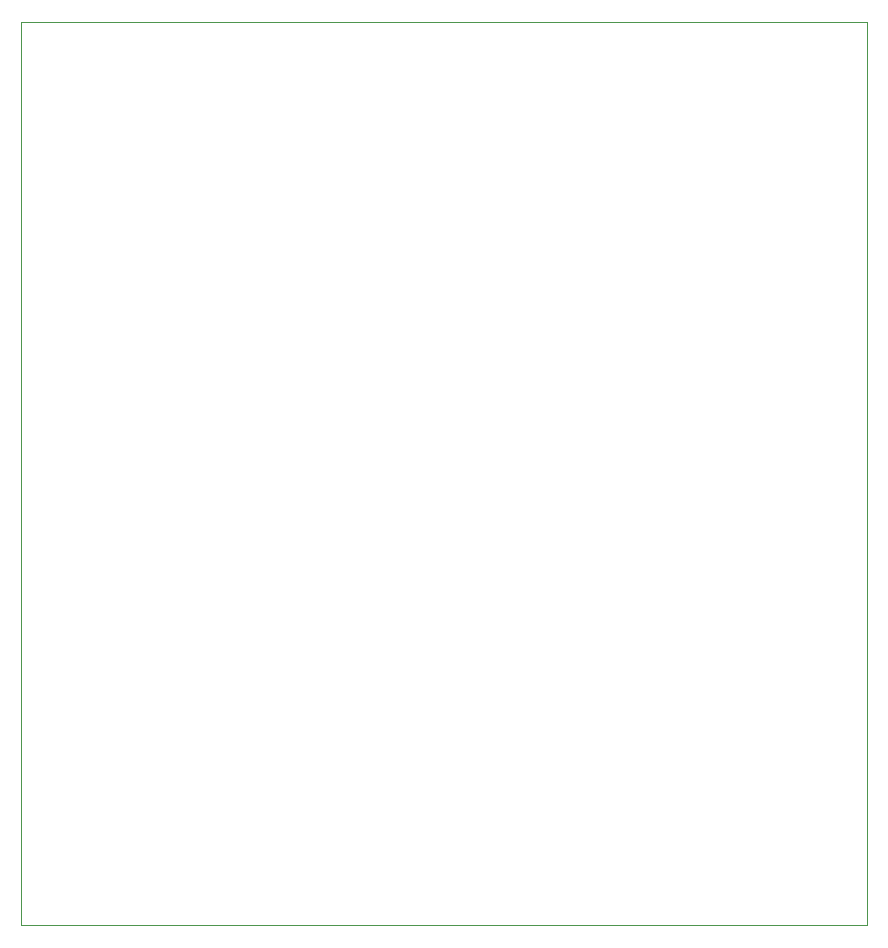
<source format=gbr>
%TF.GenerationSoftware,Altium Limited,Altium Designer,21.3.2 (30)*%
G04 Layer_Color=0*
%FSLAX24Y24*%
%MOIN*%
%TF.SameCoordinates,A906CF50-EBD2-4515-BF13-6977FA7C699A*%
%TF.FilePolarity,Positive*%
%TF.FileFunction,Profile,NP*%
%TF.Part,Single*%
G01*
G75*
%TA.AperFunction,Profile*%
%ADD94C,0.0010*%
D94*
X10000Y24750D02*
X38200D01*
Y54850D01*
X10000D01*
Y24750D01*
%TF.MD5,3a45b90af1e83ae0ef2e2268d9f740c0*%
M02*

</source>
